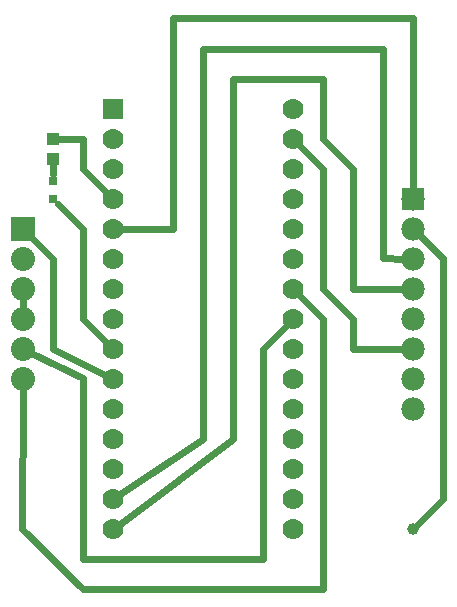
<source format=gtl>
G04 MADE WITH FRITZING*
G04 WWW.FRITZING.ORG*
G04 DOUBLE SIDED*
G04 HOLES PLATED*
G04 CONTOUR ON CENTER OF CONTOUR VECTOR*
%ASAXBY*%
%FSLAX23Y23*%
%MOIN*%
%OFA0B0*%
%SFA1.0B1.0*%
%ADD10C,0.078000*%
%ADD11C,0.039370*%
%ADD12C,0.070000*%
%ADD13C,0.080000*%
%ADD14R,0.031496X0.031496*%
%ADD15R,0.039370X0.043307*%
%ADD16R,0.078000X0.078000*%
%ADD17R,0.069972X0.070000*%
%ADD18R,0.080000X0.080000*%
%ADD19C,0.024000*%
%LNCOPPER1*%
G90*
G70*
G54D10*
X1457Y1379D03*
X1457Y1279D03*
X1457Y1179D03*
X1457Y1079D03*
X1457Y979D03*
X1457Y879D03*
X1457Y779D03*
X1457Y679D03*
G54D11*
X1457Y279D03*
G54D12*
X457Y1679D03*
X457Y1579D03*
X457Y1479D03*
X457Y1379D03*
X457Y1279D03*
X457Y1179D03*
X457Y1079D03*
X457Y979D03*
X457Y879D03*
X457Y779D03*
X457Y679D03*
X457Y579D03*
X457Y479D03*
X457Y379D03*
X457Y279D03*
X1057Y1679D03*
X1057Y1579D03*
X1057Y1479D03*
X1057Y1379D03*
X1057Y1279D03*
X1057Y1179D03*
X1057Y1079D03*
X1057Y979D03*
X1057Y879D03*
X1057Y779D03*
X1057Y679D03*
X1057Y579D03*
X1057Y479D03*
X1057Y379D03*
X1057Y279D03*
G54D13*
X157Y1279D03*
X157Y1179D03*
X157Y1079D03*
X157Y979D03*
X157Y879D03*
X157Y779D03*
G54D14*
X257Y1438D03*
X257Y1379D03*
G54D15*
X257Y1579D03*
X257Y1512D03*
G54D16*
X1457Y1379D03*
G54D17*
X457Y1679D03*
G54D18*
X157Y1279D03*
G54D19*
X356Y979D02*
X436Y899D01*
D02*
X356Y1278D02*
X356Y979D01*
D02*
X356Y1478D02*
X356Y1577D01*
D02*
X356Y1577D02*
X257Y1577D01*
D02*
X257Y1461D02*
X257Y1495D01*
D02*
X257Y1577D02*
X257Y1579D01*
D02*
X436Y1399D02*
X356Y1478D01*
D02*
X273Y1362D02*
X356Y1278D01*
D02*
X258Y1177D02*
X258Y877D01*
D02*
X179Y1257D02*
X258Y1177D01*
D02*
X258Y877D02*
X431Y791D01*
D02*
X1257Y879D02*
X1257Y978D01*
D02*
X1257Y978D02*
X1157Y1077D01*
D02*
X1157Y1077D02*
X1157Y1478D01*
D02*
X1157Y1478D02*
X1077Y1558D01*
D02*
X1427Y879D02*
X1257Y879D01*
D02*
X357Y780D02*
X185Y865D01*
D02*
X357Y178D02*
X357Y780D01*
D02*
X956Y178D02*
X357Y178D01*
D02*
X957Y879D02*
X956Y178D01*
D02*
X1036Y958D02*
X957Y879D01*
D02*
X155Y277D02*
X157Y747D01*
D02*
X357Y78D02*
X155Y277D01*
D02*
X1157Y78D02*
X357Y78D01*
D02*
X1157Y979D02*
X1157Y78D01*
D02*
X1077Y1058D02*
X1157Y979D01*
D02*
X1458Y1980D02*
X1457Y1409D01*
D02*
X1157Y1779D02*
X857Y1779D01*
D02*
X1256Y1478D02*
X1157Y1577D01*
D02*
X1257Y1077D02*
X1256Y1478D01*
D02*
X1157Y1577D02*
X1157Y1779D01*
D02*
X1427Y1078D02*
X1257Y1077D01*
D02*
X857Y1779D02*
X856Y578D01*
D02*
X856Y578D02*
X480Y296D01*
D02*
X757Y579D02*
X757Y1879D01*
D02*
X1356Y1180D02*
X1427Y1179D01*
D02*
X1356Y1878D02*
X1356Y1180D01*
D02*
X1157Y1879D02*
X1356Y1878D01*
D02*
X757Y1879D02*
X1157Y1879D01*
D02*
X481Y395D02*
X757Y579D01*
D02*
X658Y1980D02*
X1458Y1980D01*
D02*
X657Y1279D02*
X658Y1980D01*
D02*
X486Y1279D02*
X657Y1279D01*
D02*
X1557Y379D02*
X1470Y292D01*
D02*
X1557Y1180D02*
X1557Y379D01*
D02*
X1478Y1257D02*
X1557Y1180D01*
D02*
X157Y1010D02*
X157Y1047D01*
G04 End of Copper1*
M02*
</source>
